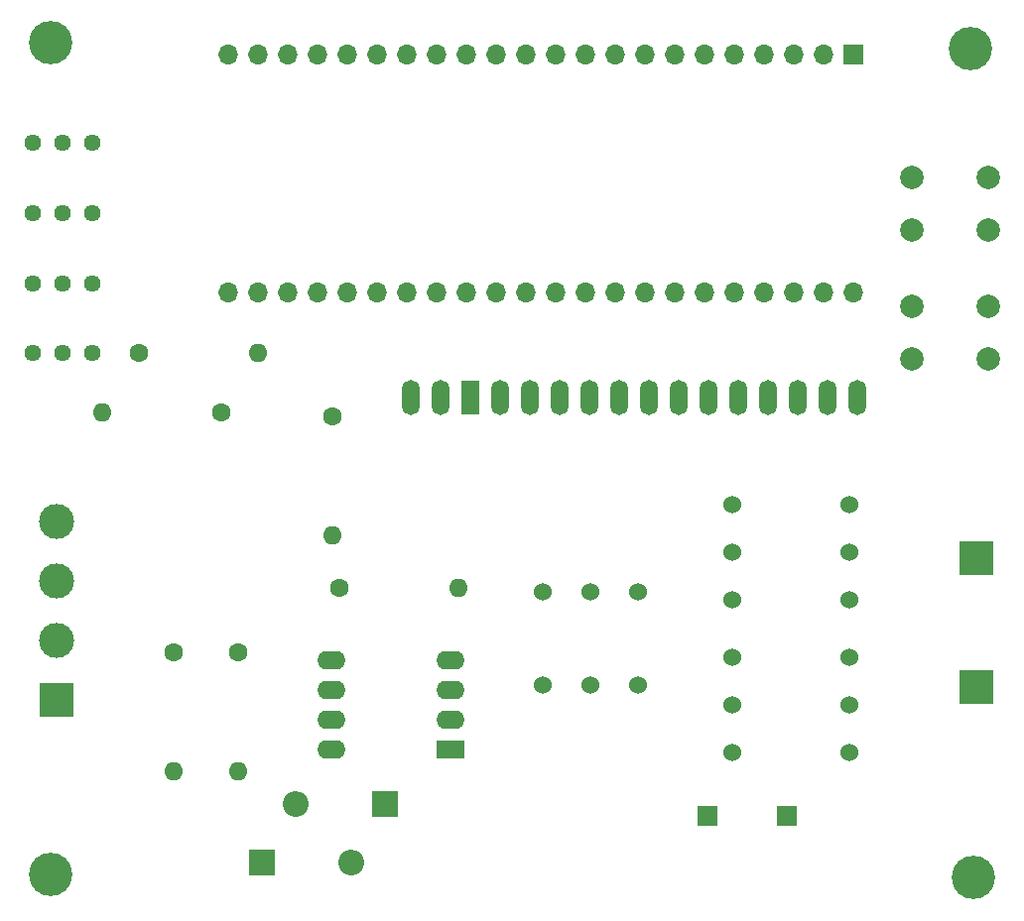
<source format=gbr>
%TF.GenerationSoftware,KiCad,Pcbnew,6.0.8-f2edbf62ab~116~ubuntu20.04.1*%
%TF.CreationDate,2022-10-11T23:56:16-03:00*%
%TF.ProjectId,Proyecto_p_curso,50726f79-6563-4746-9f5f-705f63757273,rev?*%
%TF.SameCoordinates,Original*%
%TF.FileFunction,Soldermask,Bot*%
%TF.FilePolarity,Negative*%
%FSLAX46Y46*%
G04 Gerber Fmt 4.6, Leading zero omitted, Abs format (unit mm)*
G04 Created by KiCad (PCBNEW 6.0.8-f2edbf62ab~116~ubuntu20.04.1) date 2022-10-11 23:56:16*
%MOMM*%
%LPD*%
G01*
G04 APERTURE LIST*
%ADD10C,3.700000*%
%ADD11R,1.700000X1.700000*%
%ADD12O,1.700000X1.700000*%
%ADD13C,1.524000*%
%ADD14R,1.500000X3.000000*%
%ADD15O,1.500000X3.000000*%
%ADD16C,1.440000*%
%ADD17C,2.000000*%
%ADD18C,1.600000*%
%ADD19O,1.600000X1.600000*%
%ADD20R,2.200000X2.200000*%
%ADD21O,2.200000X2.200000*%
%ADD22R,3.000000X3.000000*%
%ADD23C,3.000000*%
%ADD24R,2.400000X1.600000*%
%ADD25O,2.400000X1.600000*%
G04 APERTURE END LIST*
D10*
%TO.C,REF\u002A\u002A*%
X116000000Y-138500000D03*
%TD*%
%TO.C,REF\u002A\u002A*%
X194500000Y-68000000D03*
%TD*%
%TO.C,REF\u002A\u002A*%
X116000000Y-67500000D03*
%TD*%
%TO.C,REF\u002A\u002A*%
X194750000Y-138750000D03*
%TD*%
D11*
%TO.C,U2*%
X184500000Y-68460000D03*
D12*
X181960000Y-68460000D03*
X179420000Y-68460000D03*
X176880000Y-68460000D03*
X174340000Y-68460000D03*
X171800000Y-68460000D03*
X169260000Y-68460000D03*
X166720000Y-68460000D03*
X164180000Y-68460000D03*
X161640000Y-68460000D03*
X159100000Y-68460000D03*
X156560000Y-68460000D03*
X154020000Y-68460000D03*
X151480000Y-68460000D03*
X148940000Y-68460000D03*
X146400000Y-68460000D03*
X143860000Y-68460000D03*
X141320000Y-68460000D03*
X138780000Y-68460000D03*
X136240000Y-68460000D03*
X133700000Y-68460000D03*
X131160000Y-68460000D03*
X184500000Y-88780000D03*
X181960000Y-88780000D03*
X179420000Y-88780000D03*
X176880000Y-88780000D03*
X174340000Y-88780000D03*
X171800000Y-88780000D03*
X169260000Y-88780000D03*
X166720000Y-88780000D03*
X164180000Y-88780000D03*
X161640000Y-88780000D03*
X159100000Y-88780000D03*
X156560000Y-88780000D03*
X154020000Y-88780000D03*
X151480000Y-88780000D03*
X148940000Y-88780000D03*
X146400000Y-88780000D03*
X143860000Y-88780000D03*
X141320000Y-88780000D03*
X138780000Y-88780000D03*
X136240000Y-88780000D03*
X133700000Y-88780000D03*
X131160000Y-88780000D03*
%TD*%
D13*
%TO.C,Q6*%
X174167000Y-128064000D03*
X174167000Y-124000000D03*
X174167000Y-119936000D03*
%TD*%
%TO.C,Q5*%
X184167000Y-106936000D03*
X184167000Y-111000000D03*
X184167000Y-115064000D03*
%TD*%
%TO.C,Q4*%
X184167000Y-128064000D03*
X184167000Y-124000000D03*
X184167000Y-119936000D03*
%TD*%
%TO.C,Q3*%
X174167000Y-115064000D03*
X174167000Y-111000000D03*
X174167000Y-106936000D03*
%TD*%
%TO.C,Q2*%
X166064000Y-122333000D03*
X162000000Y-122333000D03*
X157936000Y-122333000D03*
%TD*%
%TO.C,Q1*%
X166064000Y-114333000D03*
X162000000Y-114333000D03*
X157936000Y-114333000D03*
%TD*%
D14*
%TO.C,U1*%
X151784000Y-97783500D03*
D15*
X154324000Y-97783500D03*
X156864000Y-97783500D03*
X159404000Y-97783500D03*
X161944000Y-97783500D03*
X164484000Y-97783500D03*
X167024000Y-97783500D03*
X169564000Y-97783500D03*
X172104000Y-97783500D03*
X174644000Y-97783500D03*
X177184000Y-97783500D03*
X179724000Y-97783500D03*
X182264000Y-97783500D03*
X184804000Y-97783500D03*
X149244000Y-97783500D03*
X146704000Y-97783500D03*
%TD*%
D16*
%TO.C,RV1*%
X119540000Y-76000000D03*
X117000000Y-76000000D03*
X114460000Y-76000000D03*
%TD*%
D17*
%TO.C,SW2*%
X196000000Y-83500000D03*
X189500000Y-83500000D03*
X196000000Y-79000000D03*
X189500000Y-79000000D03*
%TD*%
D18*
%TO.C,R6*%
X126500000Y-119500000D03*
D19*
X126500000Y-129660000D03*
%TD*%
D20*
%TO.C,D1*%
X144500000Y-132500000D03*
D21*
X136880000Y-132500000D03*
%TD*%
D22*
%TO.C,J3*%
X195000000Y-122500000D03*
%TD*%
D18*
%TO.C,R4*%
X140580000Y-114000000D03*
D19*
X150740000Y-114000000D03*
%TD*%
D11*
%TO.C,J5*%
X172000000Y-133500000D03*
%TD*%
D16*
%TO.C,RV3*%
X119550000Y-82000000D03*
X117010000Y-82000000D03*
X114470000Y-82000000D03*
%TD*%
D22*
%TO.C,J2*%
X195000000Y-111500000D03*
%TD*%
D18*
%TO.C,R1*%
X123500000Y-94000000D03*
D19*
X133660000Y-94000000D03*
%TD*%
D17*
%TO.C,SW1*%
X189500000Y-90000000D03*
X196000000Y-90000000D03*
X196000000Y-94500000D03*
X189500000Y-94500000D03*
%TD*%
D18*
%TO.C,R2*%
X140000000Y-99420000D03*
D19*
X140000000Y-109580000D03*
%TD*%
D20*
%TO.C,D2*%
X134000000Y-137500000D03*
D21*
X141620000Y-137500000D03*
%TD*%
D22*
%TO.C,J4*%
X116500000Y-123620000D03*
D23*
X116500000Y-118540000D03*
X116500000Y-113460000D03*
X116500000Y-108380000D03*
%TD*%
D16*
%TO.C,RV2*%
X119550000Y-94000000D03*
X117010000Y-94000000D03*
X114470000Y-94000000D03*
%TD*%
%TO.C,RV4*%
X119550000Y-88000000D03*
X117010000Y-88000000D03*
X114470000Y-88000000D03*
%TD*%
D24*
%TO.C,U3*%
X150075000Y-127800000D03*
D25*
X150075000Y-125260000D03*
X150075000Y-122720000D03*
X150075000Y-120180000D03*
X139915000Y-120180000D03*
X139915000Y-122720000D03*
X139915000Y-125260000D03*
X139915000Y-127800000D03*
%TD*%
D18*
%TO.C,R5*%
X132000000Y-119500000D03*
D19*
X132000000Y-129660000D03*
%TD*%
D11*
%TO.C,J1*%
X178825000Y-133500000D03*
%TD*%
D18*
%TO.C,R3*%
X130580000Y-99000000D03*
D19*
X120420000Y-99000000D03*
%TD*%
M02*

</source>
